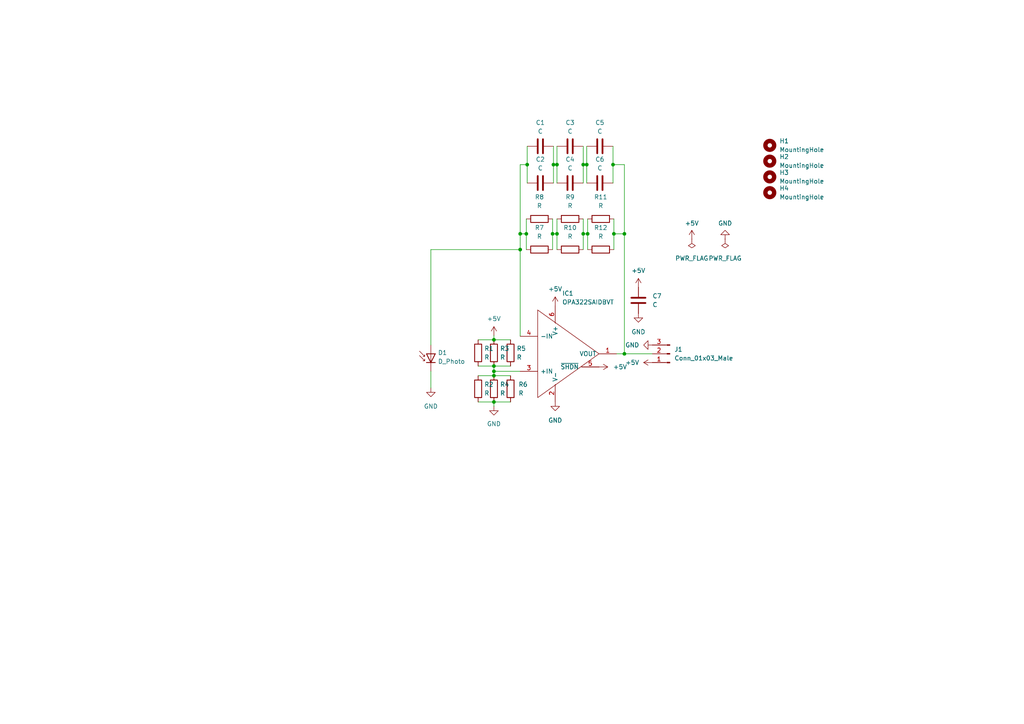
<source format=kicad_sch>
(kicad_sch (version 20211123) (generator eeschema)
  (paper "A4")
  (lib_symbols
    (symbol "Connector:Conn_01x03_Male" (pin_names (offset 1.016) hide)
      (property "Reference" "J" (at 0 5.08 0))
      (property "Value" "Conn_01x03_Male" (at 0 -5.08 0))
      (symbol "Conn_01x03_Male_1_1"
        (polyline (pts (xy 1.27 -2.54) (xy 0.8636 -2.54)) (stroke (width 0.1524)))
        (polyline (pts (xy 1.27 0) (xy 0.8636 0)) (stroke (width 0.1524)))
        (polyline (pts (xy 1.27 2.54) (xy 0.8636 2.54)) (stroke (width 0.1524)))
        (rectangle (start 0.8636 -2.413) (end 0 -2.667) (stroke (width 0.1524)) (fill (type outline)))
        (rectangle (start 0.8636 0.127) (end 0 -0.127) (stroke (width 0.1524)) (fill (type outline)))
        (rectangle (start 0.8636 2.667) (end 0 2.413) (stroke (width 0.1524)) (fill (type outline)))
        (pin passive line (at 5.08 2.54 180) (length 3.81) (name "Pin_1") (number "1"))
        (pin passive line (at 5.08 0 180) (length 3.81) (name "Pin_2") (number "2"))
        (pin passive line (at 5.08 -2.54 180) (length 3.81) (name "Pin_3") (number "3"))
      )
    )
    (symbol "Device:C" (pin_numbers hide) (pin_names (offset 0.254))
      (property "Reference" "C" (at 0.635 2.54 0))
      (property "Value" "C" (at 0.635 -2.54 0))
      (symbol "C_0_1"
        (polyline (pts (xy -2.032 -0.762) (xy 2.032 -0.762)) (stroke (width 0.508)))
        (polyline (pts (xy -2.032 0.762) (xy 2.032 0.762)) (stroke (width 0.508)))
      )
      (symbol "C_1_1"
        (pin passive line (at 0 3.81 270) (length 2.794) (name "~") (number "1"))
        (pin passive line (at 0 -3.81 90) (length 2.794) (name "~") (number "2"))
      )
    )
    (symbol "Device:D_Photo" (pin_numbers hide) (pin_names hide)
      (property "Reference" "D" (at 0.508 1.778 0))
      (property "Value" "D_Photo" (at -1.016 -2.794 0))
      (symbol "D_Photo_0_1"
        (polyline (pts (xy -2.54 1.27) (xy -2.54 -1.27)) (stroke (width 0.254)))
        (polyline (pts (xy -2.032 1.778) (xy -1.524 1.778)))
        (polyline (pts (xy 0 0) (xy -2.54 0)))
        (polyline (pts (xy -0.508 3.302) (xy -2.032 1.778) (xy -2.032 2.286)))
        (polyline (pts (xy 0 -1.27) (xy 0 1.27) (xy -2.54 0) (xy 0 -1.27)) (stroke (width 0.254)))
        (polyline (pts (xy 0.762 3.302) (xy -0.762 1.778) (xy -0.762 2.286) (xy -0.762 1.778) (xy -0.254 1.778)))
      )
      (symbol "D_Photo_1_1"
        (pin passive line (at -5.08 0 0) (length 2.54) (name "K") (number "1"))
        (pin passive line (at 2.54 0 180) (length 2.54) (name "A") (number "2"))
      )
    )
    (symbol "Device:R" (pin_numbers hide) (pin_names (offset 0))
      (property "Reference" "R" (at 2.032 0 90))
      (property "Value" "R" (at 0 0 90))
      (symbol "R_0_1"
        (rectangle (start -1.016 -2.54) (end 1.016 2.54) (stroke (width 0.254)))
      )
      (symbol "R_1_1"
        (pin passive line (at 0 3.81 270) (length 1.27) (name "~") (number "1"))
        (pin passive line (at 0 -3.81 90) (length 1.27) (name "~") (number "2"))
      )
    )
    (symbol "Mechanical:MountingHole" (pin_names (offset 1.016))
      (property "Reference" "H" (at 0 5.08 0))
      (property "Value" "MountingHole" (at 0 3.175 0))
      (symbol "MountingHole_0_1"
        (circle (center 0 0) (radius 1.27) (stroke (width 1.27)))
      )
    )
    (symbol "OPA322SAIDBVT:OPA322SAIDBVT" (pin_names (offset 0.762))
      (property "Reference" "IC" (at 26.67 7.62 0))
      (property "Value" "OPA322SAIDBVT" (at 26.67 5.08 0))
      (symbol "OPA322SAIDBVT_0_0"
        (pin passive line (at 26.67 0 180) (length 5.08) (name "VOUT") (number "1"))
        (pin passive line (at 8.89 -13.97 90) (length 5.08) (name "V-") (number "2"))
        (pin passive line (at -1.27 -5.08 0) (length 5.08) (name "+IN") (number "3"))
        (pin passive line (at -1.27 5.08 0) (length 5.08) (name "-IN") (number "4"))
        (pin passive line (at 21.59 -3.81 180) (length 5.08) (name "~{SHDN}") (number "5"))
        (pin passive line (at 8.89 13.97 270) (length 5.08) (name "V+") (number "6"))
      )
      (symbol "OPA322SAIDBVT_0_1"
        (polyline (pts (xy 3.81 12.7) (xy 21.59 0) (xy 21.59 0) (xy 3.81 -12.7) (xy 3.81 12.7)) (stroke (width 0.1524)))
      )
    )
    (symbol "power:+5V" (power) (pin_names (offset 0))
      (property "Value" "+5V" (at 0 3.556 0))
      (symbol "+5V_0_1"
        (polyline (pts (xy -0.762 1.27) (xy 0 2.54)))
        (polyline (pts (xy 0 0) (xy 0 2.54)))
        (polyline (pts (xy 0 2.54) (xy 0.762 1.27)))
      )
      (symbol "+5V_1_1"
        (pin power_in line (at 0 0 90) (length 0) hide (name "+5V") (number "1"))
      )
    )
    (symbol "power:GND" (power) (pin_names (offset 0))
      (property "Value" "GND" (at 0 -3.81 0))
      (symbol "GND_0_1"
        (polyline (pts (xy 0 0) (xy 0 -1.27) (xy 1.27 -1.27) (xy 0 -2.54) (xy -1.27 -1.27) (xy 0 -1.27)))
      )
      (symbol "GND_1_1"
        (pin power_in line (at 0 0 270) (length 0) hide (name "GND") (number "1"))
      )
    )
    (symbol "power:PWR_FLAG" (power) (pin_numbers hide) (pin_names (offset 0) hide)
      (property "Value" "PWR_FLAG" (at 0 3.81 0))
      (symbol "PWR_FLAG_0_0"
        (pin power_out line (at 0 0 90) (length 0) (name "pwr") (number "1"))
      )
      (symbol "PWR_FLAG_0_1"
        (polyline (pts (xy 0 0) (xy 0 1.27) (xy -1.016 1.905) (xy 0 2.54) (xy 1.016 1.905) (xy 0 1.27)))
      )
    )
  )
  (junction (at 177.8 47.752))
  (junction (at 160.274 67.818))
  (junction (at 143.256 116.586))
  (junction (at 160.528 47.752))
  (junction (at 170.434 67.818))
  (junction (at 169.164 47.752))
  (junction (at 170.18 47.752))
  (junction (at 181.102 102.616))
  (junction (at 161.544 67.818))
  (junction (at 181.102 67.818))
  (junction (at 150.876 72.39))
  (junction (at 152.654 67.818))
  (junction (at 169.164 67.818))
  (junction (at 178.054 67.818))
  (junction (at 143.256 106.172))
  (junction (at 152.908 47.752))
  (junction (at 150.876 67.818))
  (junction (at 143.256 107.696))
  (junction (at 143.256 108.966))
  (junction (at 143.256 98.552))
  (junction (at 161.544 47.752))
  (wire (pts (xy 161.544 67.818) (xy 161.544 72.39)))
  (wire (pts (xy 124.968 112.522) (xy 124.968 107.696)))
  (wire (pts (xy 150.876 72.39) (xy 150.876 67.818)))
  (wire (pts (xy 178.054 67.818) (xy 178.054 72.39)))
  (wire (pts (xy 177.8 42.418) (xy 177.8 47.752)))
  (wire (pts (xy 181.102 67.818) (xy 181.102 102.616)))
  (wire (pts (xy 143.256 97.282) (xy 143.256 98.552)))
  (wire (pts (xy 152.908 47.752) (xy 152.908 53.086)))
  (wire (pts (xy 160.528 42.418) (xy 160.528 47.752)))
  (wire (pts (xy 143.256 106.172) (xy 148.082 106.172)))
  (wire (pts (xy 160.528 47.752) (xy 161.544 47.752)))
  (wire (pts (xy 124.968 72.39) (xy 150.876 72.39)))
  (wire (pts (xy 160.274 67.818) (xy 160.274 72.39)))
  (wire (pts (xy 177.8 47.752) (xy 177.8 53.086)))
  (wire (pts (xy 143.256 106.172) (xy 143.256 107.696)))
  (wire (pts (xy 169.164 42.418) (xy 169.164 47.752)))
  (wire (pts (xy 160.274 63.5) (xy 160.274 67.818)))
  (wire (pts (xy 169.164 47.752) (xy 170.18 47.752)))
  (wire (pts (xy 181.102 102.616) (xy 189.23 102.616)))
  (wire (pts (xy 170.18 42.418) (xy 170.18 47.752)))
  (wire (pts (xy 161.544 63.5) (xy 161.544 67.818)))
  (wire (pts (xy 161.544 42.418) (xy 161.544 47.752)))
  (wire (pts (xy 150.876 67.818) (xy 152.654 67.818)))
  (wire (pts (xy 178.054 67.818) (xy 181.102 67.818)))
  (wire (pts (xy 150.876 47.752) (xy 152.908 47.752)))
  (wire (pts (xy 170.18 47.752) (xy 170.18 53.086)))
  (wire (pts (xy 169.164 67.818) (xy 170.434 67.818)))
  (wire (pts (xy 143.256 98.552) (xy 148.082 98.552)))
  (wire (pts (xy 170.434 63.5) (xy 170.434 67.818)))
  (wire (pts (xy 169.164 63.5) (xy 169.164 67.818)))
  (wire (pts (xy 161.544 47.752) (xy 161.544 53.086)))
  (wire (pts (xy 124.968 100.076) (xy 124.968 72.39)))
  (wire (pts (xy 138.684 98.552) (xy 143.256 98.552)))
  (wire (pts (xy 181.102 47.752) (xy 181.102 67.818)))
  (wire (pts (xy 169.164 67.818) (xy 169.164 72.39)))
  (wire (pts (xy 143.256 107.696) (xy 143.256 108.966)))
  (wire (pts (xy 152.654 63.5) (xy 152.654 67.818)))
  (wire (pts (xy 143.256 108.966) (xy 148.082 108.966)))
  (wire (pts (xy 169.164 47.752) (xy 169.164 53.086)))
  (wire (pts (xy 170.434 67.818) (xy 170.434 72.39)))
  (wire (pts (xy 150.876 67.818) (xy 150.876 47.752)))
  (wire (pts (xy 177.8 47.752) (xy 181.102 47.752)))
  (wire (pts (xy 143.256 107.696) (xy 150.876 107.696)))
  (wire (pts (xy 152.908 42.418) (xy 152.908 47.752)))
  (wire (pts (xy 178.054 63.5) (xy 178.054 67.818)))
  (wire (pts (xy 152.654 67.818) (xy 152.654 72.39)))
  (wire (pts (xy 160.274 67.818) (xy 161.544 67.818)))
  (wire (pts (xy 178.816 102.616) (xy 181.102 102.616)))
  (wire (pts (xy 143.256 116.586) (xy 143.256 117.856)))
  (wire (pts (xy 160.528 47.752) (xy 160.528 53.086)))
  (wire (pts (xy 150.876 97.536) (xy 150.876 72.39)))
  (wire (pts (xy 138.684 108.966) (xy 143.256 108.966)))
  (wire (pts (xy 143.256 116.586) (xy 148.082 116.586)))
  (wire (pts (xy 138.684 106.172) (xy 143.256 106.172)))
  (wire (pts (xy 138.684 116.586) (xy 143.256 116.586)))
  (symbol (lib_id "OPA322SAIDBVT:OPA322SAIDBVT") (at 152.146 102.616 0) (unit 1)
    (property "Reference" "IC1" (at 163.0554 85.09 0) (effects (justify left)))
    (property "Value" "OPA322SAIDBVT" (at 163.0554 87.63 0) (effects (justify left)))
    (property "Footprint" "Package_TO_SOT_SMD:SOT-23-6_Handsoldering" (effects hide))
    (property "Datasheet" "http://www.ti.com/lit/gpn/OPA322" (effects hide))
    (property "Description" "20MHz Low-Noise 1.8V RRIO CMOS Operational Amplifier With Shutdown" (effects hide))
    (property "Height" "1.45" (effects hide))
    (property "Manufacturer_Name" "Texas Instruments" (effects hide))
    (property "Manufacturer_Part_Number" "OPA322SAIDBVT" (effects hide))
    (property "Mouser Part Number" "595-OPA322SAIDBVT" (effects hide))
    (property "Mouser Price/Stock" "https://www.mouser.co.uk/ProductDetail/Texas-Instruments/OPA322SAIDBVT?qs=mx8lvZQW4XILLJr6ruii3A%3D%3D" (effects hide))
    (property "Arrow Part Number" "OPA322SAIDBVT" (effects hide))
    (property "Arrow Price/Stock" "https://www.arrow.com/en/products/opa322saidbvt/texas-instruments" (effects hide))
    (property "DigiKey" "296-35006-1-ND" (effects hide))
  )
  (symbol (lib_id "Device:C") (at 156.718 42.418 90) (unit 1)
    (property "Reference" "C1" (at 156.718 35.56 90))
    (property "Value" "C" (at 156.718 38.1 90))
    (property "Footprint" "Capacitor_THT:C_Disc_D5.0mm_W2.5mm_P5.00mm" (effects hide))
  )
  (symbol (lib_id "power:PWR_FLAG") (at 200.66 69.342 180) (unit 1)
    (property "Reference" "#FLG01" (effects hide))
    (property "Value" "PWR_FLAG" (at 200.66 74.93 0))
  )
  (symbol (lib_id "Device:R") (at 148.082 102.362 180) (unit 1)
    (property "Reference" "R5" (at 149.86 101.0919 0) (effects (justify right)))
    (property "Value" "R" (at 149.86 103.6319 0) (effects (justify right)))
    (property "Footprint" "Resistor_THT:R_Axial_DIN0204_L3.6mm_D1.6mm_P5.08mm_Horizontal" (effects hide))
  )
  (symbol (lib_id "power:GND") (at 124.968 112.522 0) (unit 1)
    (property "Reference" "#PWR01" (effects hide))
    (property "Value" "GND" (at 124.968 117.856 0))
  )
  (symbol (lib_id "power:GND") (at 143.256 117.856 0) (unit 1)
    (property "Reference" "#PWR03" (effects hide))
    (property "Value" "GND" (at 143.256 122.936 0))
  )
  (symbol (lib_id "Mechanical:MountingHole") (at 223.266 42.164 0) (unit 1)
    (property "Reference" "H1" (at 226.06 40.8939 0) (effects (justify left)))
    (property "Value" "MountingHole" (at 226.06 43.4339 0) (effects (justify left)))
    (property "Footprint" "MountingHole:MountingHole_3.2mm_M3_DIN965_Pad" (effects hide))
  )
  (symbol (lib_id "Device:R") (at 174.244 72.39 90) (unit 1)
    (property "Reference" "R12" (at 174.244 66.04 90))
    (property "Value" "R" (at 174.244 68.58 90))
    (property "Footprint" "Resistor_THT:R_Axial_DIN0204_L3.6mm_D1.6mm_P5.08mm_Horizontal" (effects hide))
  )
  (symbol (lib_id "Connector:Conn_01x03_Male") (at 194.31 102.616 180) (unit 1)
    (property "Reference" "J1" (at 195.58 101.3459 0) (effects (justify right)))
    (property "Value" "Conn_01x03_Male" (at 195.58 103.8859 0) (effects (justify right)))
    (property "Footprint" "Connector_PinHeader_2.54mm:PinHeader_1x03_P2.54mm_Vertical" (effects hide))
  )
  (symbol (lib_id "Mechanical:MountingHole") (at 223.266 55.88 0) (unit 1)
    (property "Reference" "H4" (at 226.06 54.6099 0) (effects (justify left)))
    (property "Value" "MountingHole" (at 226.06 57.1499 0) (effects (justify left)))
    (property "Footprint" "MountingHole:MountingHole_3.2mm_M3_DIN965_Pad" (effects hide))
  )
  (symbol (lib_id "Device:R") (at 174.244 63.5 90) (unit 1)
    (property "Reference" "R11" (at 174.244 57.15 90))
    (property "Value" "R" (at 174.244 59.69 90))
    (property "Footprint" "Resistor_THT:R_Axial_DIN0204_L3.6mm_D1.6mm_P5.08mm_Horizontal" (effects hide))
  )
  (symbol (lib_id "Device:C") (at 156.718 53.086 90) (unit 1)
    (property "Reference" "C2" (at 156.718 46.228 90))
    (property "Value" "C" (at 156.718 48.768 90))
    (property "Footprint" "Capacitor_THT:C_Disc_D5.0mm_W2.5mm_P5.00mm" (effects hide))
  )
  (symbol (lib_id "power:+5V") (at 200.66 69.342 0) (unit 1)
    (property "Reference" "#PWR09" (effects hide))
    (property "Value" "+5V" (at 200.66 64.77 0))
  )
  (symbol (lib_id "Device:R") (at 165.354 63.5 90) (unit 1)
    (property "Reference" "R9" (at 165.354 57.15 90))
    (property "Value" "R" (at 165.354 59.69 90))
    (property "Footprint" "Resistor_THT:R_Axial_DIN0204_L3.6mm_D1.6mm_P5.08mm_Horizontal" (effects hide))
  )
  (symbol (lib_id "Mechanical:MountingHole") (at 223.266 51.308 0) (unit 1)
    (property "Reference" "H3" (at 226.06 50.0379 0) (effects (justify left)))
    (property "Value" "MountingHole" (at 226.06 52.5779 0) (effects (justify left)))
    (property "Footprint" "MountingHole:MountingHole_3.2mm_M3_DIN965_Pad" (effects hide))
  )
  (symbol (lib_id "power:GND") (at 189.23 100.076 270) (unit 1)
    (property "Reference" "#PWR07" (effects hide))
    (property "Value" "GND" (at 185.42 100.0759 90) (effects (justify right)))
  )
  (symbol (lib_id "Mechanical:MountingHole") (at 223.266 46.736 0) (unit 1)
    (property "Reference" "H2" (at 226.06 45.4659 0) (effects (justify left)))
    (property "Value" "MountingHole" (at 226.06 48.0059 0) (effects (justify left)))
    (property "Footprint" "MountingHole:MountingHole_3.2mm_M3_DIN965_Pad" (effects hide))
  )
  (symbol (lib_id "Device:R") (at 143.256 112.776 180) (unit 1)
    (property "Reference" "R4" (at 145.034 111.5059 0) (effects (justify right)))
    (property "Value" "R" (at 145.034 114.0459 0) (effects (justify right)))
    (property "Footprint" "Resistor_THT:R_Axial_DIN0204_L3.6mm_D1.6mm_P5.08mm_Horizontal" (effects hide))
  )
  (symbol (lib_id "power:GND") (at 185.166 90.932 0) (unit 1)
    (property "Reference" "#PWR012" (effects hide))
    (property "Value" "GND" (at 185.166 96.266 0))
  )
  (symbol (lib_id "Device:R") (at 148.082 112.776 180) (unit 1)
    (property "Reference" "R6" (at 150.368 111.5059 0) (effects (justify right)))
    (property "Value" "R" (at 150.368 114.0459 0) (effects (justify right)))
    (property "Footprint" "Resistor_THT:R_Axial_DIN0204_L3.6mm_D1.6mm_P5.08mm_Horizontal" (effects hide))
  )
  (symbol (lib_id "Device:R") (at 143.256 102.362 180) (unit 1)
    (property "Reference" "R3" (at 145.034 101.0919 0) (effects (justify right)))
    (property "Value" "R" (at 145.034 103.6319 0) (effects (justify right)))
    (property "Footprint" "Resistor_THT:R_Axial_DIN0204_L3.6mm_D1.6mm_P5.08mm_Horizontal" (effects hide))
  )
  (symbol (lib_id "Device:D_Photo") (at 124.968 102.616 90) (unit 1)
    (property "Reference" "D1" (at 127 102.2984 90) (effects (justify right)))
    (property "Value" "D_Photo" (at 127 104.8384 90) (effects (justify right)))
    (property "Footprint" "SFH2270R:LED_SFH2270R" (effects hide))
    (property "DigiKey" "475-3138-1-ND" (effects hide))
  )
  (symbol (lib_id "Device:R") (at 165.354 72.39 90) (unit 1)
    (property "Reference" "R10" (at 165.354 66.04 90))
    (property "Value" "R" (at 165.354 68.58 90))
    (property "Footprint" "Resistor_THT:R_Axial_DIN0204_L3.6mm_D1.6mm_P5.08mm_Horizontal" (effects hide))
  )
  (symbol (lib_id "power:+5V") (at 173.736 106.426 270) (unit 1)
    (property "Reference" "#PWR06" (effects hide))
    (property "Value" "+5V" (at 177.8 106.4259 90) (effects (justify left)))
  )
  (symbol (lib_id "Device:C") (at 165.354 53.086 90) (unit 1)
    (property "Reference" "C4" (at 165.354 46.228 90))
    (property "Value" "C" (at 165.354 48.768 90))
    (property "Footprint" "Capacitor_THT:C_Disc_D5.0mm_W2.5mm_P5.00mm" (effects hide))
  )
  (symbol (lib_id "Device:R") (at 138.684 102.362 180) (unit 1)
    (property "Reference" "R1" (at 140.462 101.0919 0) (effects (justify right)))
    (property "Value" "R" (at 140.462 103.6319 0) (effects (justify right)))
    (property "Footprint" "Resistor_THT:R_Axial_DIN0204_L3.6mm_D1.6mm_P5.08mm_Horizontal" (effects hide))
  )
  (symbol (lib_id "power:GND") (at 161.036 116.586 0) (unit 1)
    (property "Reference" "#PWR05" (effects hide))
    (property "Value" "GND" (at 161.036 121.92 0))
  )
  (symbol (lib_id "Device:C") (at 173.99 53.086 90) (unit 1)
    (property "Reference" "C6" (at 173.99 46.228 90))
    (property "Value" "C" (at 173.99 48.768 90))
    (property "Footprint" "Capacitor_THT:C_Disc_D5.0mm_W2.5mm_P5.00mm" (effects hide))
  )
  (symbol (lib_id "Device:C") (at 173.99 42.418 90) (unit 1)
    (property "Reference" "C5" (at 173.99 35.56 90))
    (property "Value" "C" (at 173.99 38.1 90))
    (property "Footprint" "Capacitor_THT:C_Disc_D5.0mm_W2.5mm_P5.00mm" (effects hide))
  )
  (symbol (lib_id "power:+5V") (at 143.256 97.282 0) (unit 1)
    (property "Reference" "#PWR02" (effects hide))
    (property "Value" "+5V" (at 143.256 92.456 0))
  )
  (symbol (lib_id "Device:R") (at 156.464 72.39 90) (unit 1)
    (property "Reference" "R7" (at 156.464 66.04 90))
    (property "Value" "R" (at 156.464 68.58 90))
    (property "Footprint" "Resistor_THT:R_Axial_DIN0204_L3.6mm_D1.6mm_P5.08mm_Horizontal" (effects hide))
  )
  (symbol (lib_id "power:PWR_FLAG") (at 210.312 69.342 180) (unit 1)
    (property "Reference" "#FLG02" (effects hide))
    (property "Value" "PWR_FLAG" (at 210.312 74.93 0))
  )
  (symbol (lib_id "Device:C") (at 185.166 87.122 0) (unit 1)
    (property "Reference" "C7" (at 189.23 85.8519 0) (effects (justify left)))
    (property "Value" "C" (at 189.23 88.3919 0) (effects (justify left)))
    (property "Footprint" "Capacitor_THT:C_Disc_D5.0mm_W2.5mm_P5.00mm" (effects hide))
  )
  (symbol (lib_id "Device:C") (at 165.354 42.418 90) (unit 1)
    (property "Reference" "C3" (at 165.354 35.56 90))
    (property "Value" "C" (at 165.354 38.1 90))
    (property "Footprint" "Capacitor_THT:C_Disc_D5.0mm_W2.5mm_P5.00mm" (effects hide))
  )
  (symbol (lib_id "Device:R") (at 156.464 63.5 90) (unit 1)
    (property "Reference" "R8" (at 156.464 57.15 90))
    (property "Value" "R" (at 156.464 59.69 90))
    (property "Footprint" "Resistor_THT:R_Axial_DIN0204_L3.6mm_D1.6mm_P5.08mm_Horizontal" (effects hide))
  )
  (symbol (lib_id "power:GND") (at 210.312 69.342 180) (unit 1)
    (property "Reference" "#PWR010" (effects hide))
    (property "Value" "GND" (at 210.312 64.77 0))
  )
  (symbol (lib_id "power:+5V") (at 161.036 88.646 0) (unit 1)
    (property "Reference" "#PWR04" (effects hide))
    (property "Value" "+5V" (at 161.036 83.82 0))
  )
  (symbol (lib_id "power:+5V") (at 185.166 83.312 0) (unit 1)
    (property "Reference" "#PWR011" (effects hide))
    (property "Value" "+5V" (at 185.166 78.486 0))
  )
  (symbol (lib_id "power:+5V") (at 189.23 105.156 90) (unit 1)
    (property "Reference" "#PWR08" (effects hide))
    (property "Value" "+5V" (at 185.42 105.1559 90) (effects (justify left)))
  )
  (symbol (lib_id "Device:R") (at 138.684 112.776 180) (unit 1)
    (property "Reference" "R2" (at 140.462 111.5059 0) (effects (justify right)))
    (property "Value" "R" (at 140.462 114.0459 0) (effects (justify right)))
    (property "Footprint" "Resistor_THT:R_Axial_DIN0204_L3.6mm_D1.6mm_P5.08mm_Horizontal" (effects hide))
  )
)
</source>
